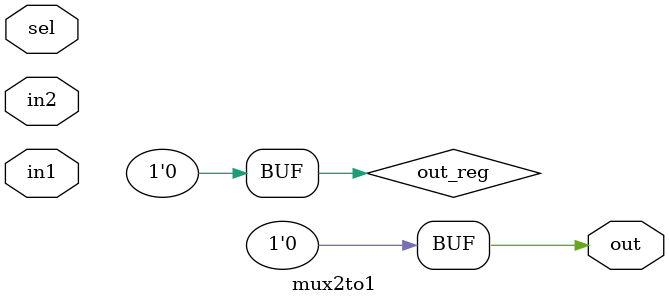
<source format=v>
`timescale 1ns/1ns

module mux2to1(input in1, in2, input [2:0]sel, output out);
    reg out_reg;

    localparam POUR_FOOD = 3'b001;  
    localparam INTERVAL = 3'b011;

    assign out = 0;

    always @* begin
    //in1 o sa fie food_counter, in2 o sa fie interval_counter
        if(sel == POUR_FOOD) begin 
            out_reg = in1;
        end
        else if(sel == INTERVAL) begin
            out_reg = in2;
        end
    end

    assign out = out_reg;
endmodule

</source>
